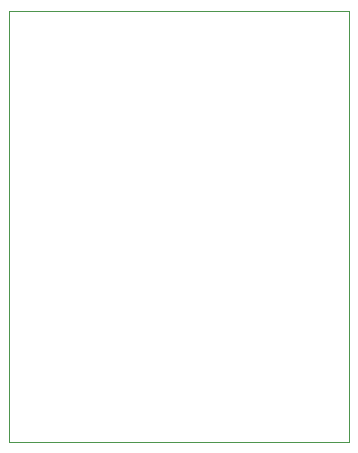
<source format=gm1>
G04 #@! TF.GenerationSoftware,KiCad,Pcbnew,(5.99.0-7307-g71ab42e60a)*
G04 #@! TF.CreationDate,2020-12-03T10:19:34+02:00*
G04 #@! TF.ProjectId,agudo,61677564-6f2e-46b6-9963-61645f706362,rev?*
G04 #@! TF.SameCoordinates,Original*
G04 #@! TF.FileFunction,Profile,NP*
%FSLAX46Y46*%
G04 Gerber Fmt 4.6, Leading zero omitted, Abs format (unit mm)*
G04 Created by KiCad (PCBNEW (5.99.0-7307-g71ab42e60a)) date 2020-12-03 10:19:34*
%MOMM*%
%LPD*%
G01*
G04 APERTURE LIST*
G04 #@! TA.AperFunction,Profile*
%ADD10C,0.050000*%
G04 #@! TD*
G04 APERTURE END LIST*
D10*
X58750000Y-97000000D02*
X87579000Y-97000000D01*
X87579000Y-97000000D02*
X87579000Y-133500000D01*
X87579000Y-133500000D02*
X58750000Y-133500000D01*
X58750000Y-133500000D02*
X58750000Y-97000000D01*
M02*

</source>
